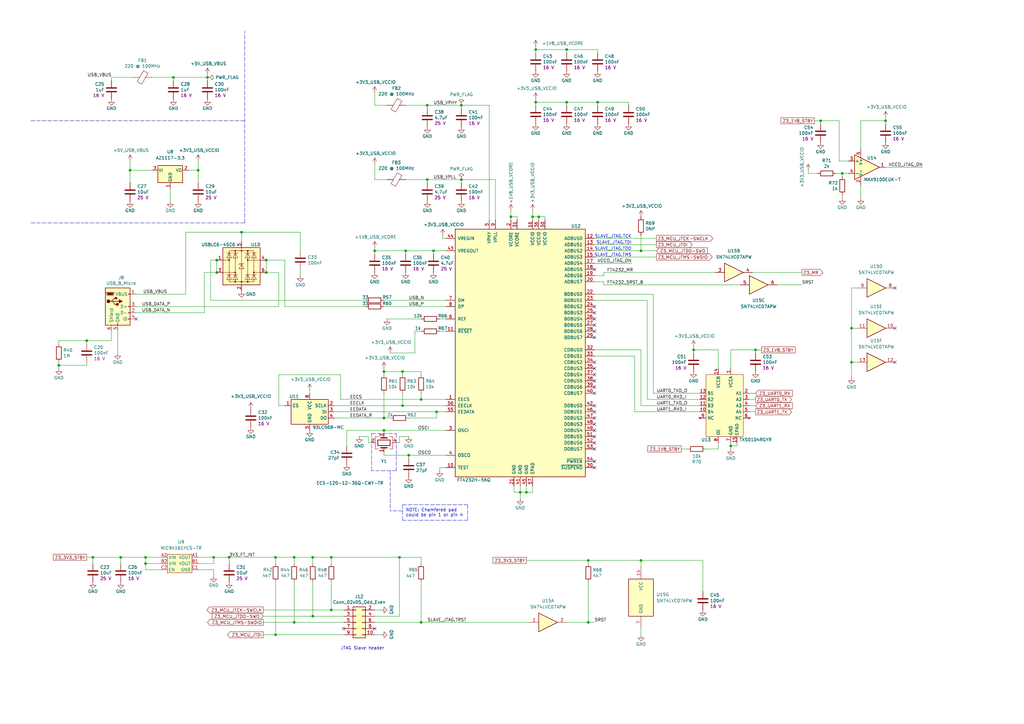
<source format=kicad_sch>
(kicad_sch (version 20211123) (generator eeschema)
  (paper "A3")
  (title_block (title "RTM_Template") (date "2022-09-07") (rev "1.0") (company "Karlsruhe Institute of Technology (KIT)") (comment 1 "Institute for Data Processing and Electronics (IPE)") (comment 2 "Carsten Schmerbeck") (comment 3 "Luis Ardila") (comment 4 "Licensed under CERN-OHL-P v2"))
  (junction (at 213.36 201.93))
  (junction (at 99.06 95.25))
  (junction (at 349.25 134.62))
  (junction (at 166.37 102.87))
  (junction (at 175.26 43.18))
  (junction (at 179.07 168.91))
  (junction (at 135.89 250.19))
  (junction (at 284.48 143.51))
  (junction (at 93.98 228.6))
  (junction (at 167.64 186.69))
  (junction (at 53.34 69.85))
  (junction (at 120.65 255.27))
  (junction (at 128.27 228.6))
  (junction (at 135.89 228.6))
  (junction (at 175.26 73.66))
  (junction (at 232.41 41.91))
  (junction (at 109.22 111.76))
  (junction (at 363.22 49.53))
  (junction (at 163.83 228.6))
  (junction (at 262.89 102.87))
  (junction (at 81.28 69.85))
  (junction (at 85.09 31.75))
  (junction (at 215.9 201.93))
  (junction (at 109.22 106.68))
  (junction (at 336.55 49.53))
  (junction (at 309.88 143.51))
  (junction (at 165.1 152.4))
  (junction (at 177.8 102.87))
  (junction (at 38.1 228.6))
  (junction (at 241.3 255.27))
  (junction (at 113.03 260.35))
  (junction (at 153.67 102.87))
  (junction (at 219.71 20.32))
  (junction (at 157.48 176.53))
  (junction (at 49.53 228.6))
  (junction (at 157.48 152.4))
  (junction (at 87.63 228.6))
  (junction (at 345.44 71.12))
  (junction (at 157.48 171.45))
  (junction (at 88.9 106.68))
  (junction (at 59.69 228.6))
  (junction (at 71.12 31.75))
  (junction (at 120.65 228.6))
  (junction (at 24.13 149.86))
  (junction (at 189.23 43.18))
  (junction (at 88.9 111.76))
  (junction (at 220.98 88.9))
  (junction (at 299.72 182.88))
  (junction (at 349.25 148.59))
  (junction (at 172.72 255.27))
  (junction (at 128.27 252.73))
  (junction (at 165.1 166.37))
  (junction (at 172.72 163.83))
  (junction (at 35.56 139.7))
  (junction (at 219.71 41.91))
  (junction (at 245.11 41.91))
  (junction (at 189.23 73.66))
  (junction (at 232.41 20.32))
  (junction (at 241.3 229.87))
  (junction (at 113.03 228.6))
  (junction (at 262.89 229.87))
  (junction (at 59.69 231.14))
  (junction (at 209.55 88.9))
  (junction (at 218.44 88.9))
  (no_connect (at 243.84 173.99))
  (no_connect (at 243.84 171.45))
  (no_connect (at 243.84 161.29))
  (no_connect (at 243.84 110.49))
  (no_connect (at 243.84 135.89))
  (no_connect (at 243.84 128.27))
  (no_connect (at 243.84 130.81))
  (no_connect (at 243.84 166.37))
  (no_connect (at 243.84 189.23))
  (no_connect (at 243.84 133.35))
  (no_connect (at 243.84 181.61))
  (no_connect (at 140.97 257.81))
  (no_connect (at 243.84 184.15))
  (no_connect (at 153.67 257.81))
  (no_connect (at 243.84 191.77))
  (no_connect (at 243.84 168.91))
  (no_connect (at 55.88 130.81))
  (no_connect (at 243.84 176.53))
  (no_connect (at 243.84 138.43))
  (no_connect (at 367.03 148.59))
  (no_connect (at 367.03 118.11))
  (no_connect (at 367.03 134.62))
  (no_connect (at 243.84 148.59))
  (no_connect (at 243.84 179.07))
  (no_connect (at 243.84 151.13))
  (no_connect (at 243.84 153.67))
  (no_connect (at 243.84 158.75))
  (no_connect (at 243.84 156.21))
  (no_connect (at 243.84 125.73))
  (wire (pts (xy 35.56 149.86) (xy 24.13 149.86)))
  (wire (pts (xy 113.03 260.35) (xy 140.97 260.35)))
  (wire (pts (xy 151.13 181.61) (xy 152.4 181.61)))
  (wire (pts (xy 166.37 102.87) (xy 166.37 104.14)))
  (wire (pts (xy 93.98 228.6) (xy 113.03 228.6)))
  (wire (pts (xy 55.88 125.73) (xy 114.3 125.73)))
  (polyline (pts (xy 160.02 193.04) (xy 160.02 209.55)))
  (wire (pts (xy 243.84 102.87) (xy 262.89 102.87)))
  (wire (pts (xy 139.7 163.83) (xy 172.72 163.83)))
  (polyline (pts (xy 165.1 209.55) (xy 160.02 209.55)))
  (wire (pts (xy 163.83 228.6) (xy 163.83 252.73)))
  (wire (pts (xy 166.37 43.18) (xy 175.26 43.18)))
  (polyline (pts (xy 165.1 207.01) (xy 191.77 207.01)))
  (wire (pts (xy 137.16 166.37) (xy 165.1 166.37)))
  (polyline (pts (xy 12.7 91.44) (xy 34.29 91.44)))
  (wire (pts (xy 172.72 228.6) (xy 172.72 231.14)))
  (wire (pts (xy 35.56 228.6) (xy 38.1 228.6)))
  (polyline (pts (xy 152.4 177.8) (xy 162.56 177.8)))
  (wire (pts (xy 153.67 43.18) (xy 158.75 43.18)))
  (wire (pts (xy 55.88 128.27) (xy 83.82 128.27)))
  (wire (pts (xy 345.44 71.12) (xy 342.9 71.12)))
  (wire (pts (xy 308.61 111.76) (xy 328.93 111.76)))
  (wire (pts (xy 71.12 31.75) (xy 85.09 31.75)))
  (wire (pts (xy 76.2 95.25) (xy 99.06 95.25)))
  (wire (pts (xy 218.44 199.39) (xy 218.44 201.93)))
  (wire (pts (xy 262.89 229.87) (xy 288.29 229.87)))
  (wire (pts (xy 349.25 134.62) (xy 349.25 118.11)))
  (wire (pts (xy 81.28 66.04) (xy 81.28 69.85)))
  (wire (pts (xy 170.18 135.89) (xy 172.72 135.89)))
  (wire (pts (xy 71.12 33.02) (xy 71.12 31.75)))
  (wire (pts (xy 219.71 43.18) (xy 219.71 41.91)))
  (wire (pts (xy 262.89 166.37) (xy 287.02 166.37)))
  (wire (pts (xy 160.02 144.78) (xy 170.18 144.78)))
  (wire (pts (xy 262.89 257.81) (xy 262.89 260.35)))
  (wire (pts (xy 59.69 233.68) (xy 59.69 231.14)))
  (wire (pts (xy 175.26 44.45) (xy 175.26 43.18)))
  (wire (pts (xy 318.77 116.84) (xy 328.93 116.84)))
  (wire (pts (xy 83.82 111.76) (xy 83.82 128.27)))
  (wire (pts (xy 81.28 228.6) (xy 87.63 228.6)))
  (wire (pts (xy 170.18 135.89) (xy 170.18 144.78)))
  (wire (pts (xy 203.2 73.66) (xy 189.23 73.66)))
  (wire (pts (xy 299.72 182.88) (xy 299.72 181.61)))
  (wire (pts (xy 55.88 120.65) (xy 76.2 120.65)))
  (wire (pts (xy 200.66 90.17) (xy 200.66 43.18)))
  (wire (pts (xy 219.71 20.32) (xy 219.71 19.05)))
  (wire (pts (xy 335.28 71.12) (xy 331.47 71.12)))
  (polyline (pts (xy 191.77 207.01) (xy 191.77 213.36)))
  (wire (pts (xy 135.89 250.19) (xy 140.97 250.19)))
  (wire (pts (xy 153.67 101.6) (xy 153.67 102.87)))
  (wire (pts (xy 232.41 41.91) (xy 219.71 41.91)))
  (wire (pts (xy 157.48 171.45) (xy 160.02 171.45)))
  (wire (pts (xy 172.72 238.76) (xy 172.72 255.27)))
  (wire (pts (xy 189.23 44.45) (xy 189.23 43.18)))
  (wire (pts (xy 139.7 163.83) (xy 139.7 153.67)))
  (wire (pts (xy 83.82 111.76) (xy 88.9 111.76)))
  (wire (pts (xy 284.48 143.51) (xy 284.48 144.78)))
  (wire (pts (xy 180.34 130.81) (xy 182.88 130.81)))
  (wire (pts (xy 135.89 228.6) (xy 128.27 228.6)))
  (wire (pts (xy 157.48 152.4) (xy 157.48 151.13)))
  (wire (pts (xy 45.72 139.7) (xy 45.72 135.89)))
  (wire (pts (xy 181.61 96.52) (xy 181.61 97.79)))
  (wire (pts (xy 153.67 255.27) (xy 172.72 255.27)))
  (wire (pts (xy 135.89 238.76) (xy 135.89 250.19)))
  (wire (pts (xy 128.27 238.76) (xy 128.27 252.73)))
  (wire (pts (xy 120.65 255.27) (xy 140.97 255.27)))
  (wire (pts (xy 245.11 20.32) (xy 232.41 20.32)))
  (wire (pts (xy 243.84 115.57) (xy 247.65 115.57)))
  (wire (pts (xy 116.84 106.68) (xy 109.22 106.68)))
  (wire (pts (xy 180.34 135.89) (xy 182.88 135.89)))
  (wire (pts (xy 349.25 134.62) (xy 351.79 134.62)))
  (wire (pts (xy 99.06 95.25) (xy 123.19 95.25)))
  (wire (pts (xy 245.11 41.91) (xy 232.41 41.91)))
  (wire (pts (xy 109.22 106.68) (xy 109.22 111.76)))
  (wire (pts (xy 99.06 95.25) (xy 99.06 99.06)))
  (wire (pts (xy 349.25 118.11) (xy 351.79 118.11)))
  (wire (pts (xy 157.48 123.19) (xy 182.88 123.19)))
  (wire (pts (xy 241.3 255.27) (xy 232.41 255.27)))
  (polyline (pts (xy 100.33 91.44) (xy 34.29 91.44)))
  (wire (pts (xy 344.17 49.53) (xy 336.55 49.53)))
  (wire (pts (xy 309.88 143.51) (xy 312.42 143.51)))
  (wire (pts (xy 299.72 143.51) (xy 299.72 151.13)))
  (wire (pts (xy 86.36 123.19) (xy 149.86 123.19)))
  (wire (pts (xy 219.71 41.91) (xy 219.71 40.64)))
  (wire (pts (xy 232.41 43.18) (xy 232.41 41.91)))
  (wire (pts (xy 172.72 153.67) (xy 172.72 152.4)))
  (wire (pts (xy 349.25 154.94) (xy 349.25 148.59)))
  (wire (pts (xy 257.81 41.91) (xy 245.11 41.91)))
  (polyline (pts (xy 152.4 193.04) (xy 152.4 177.8)))
  (polyline (pts (xy 165.1 213.36) (xy 165.1 207.01)))
  (wire (pts (xy 172.72 161.29) (xy 172.72 163.83)))
  (wire (pts (xy 267.97 161.29) (xy 267.97 120.65)))
  (wire (pts (xy 179.07 171.45) (xy 179.07 168.91)))
  (wire (pts (xy 76.2 120.65) (xy 76.2 95.25)))
  (wire (pts (xy 107.95 252.73) (xy 128.27 252.73)))
  (wire (pts (xy 179.07 168.91) (xy 182.88 168.91)))
  (wire (pts (xy 167.64 186.69) (xy 182.88 186.69)))
  (wire (pts (xy 215.9 229.87) (xy 241.3 229.87)))
  (wire (pts (xy 182.88 163.83) (xy 172.72 163.83)))
  (wire (pts (xy 245.11 21.59) (xy 245.11 20.32)))
  (wire (pts (xy 35.56 148.59) (xy 35.56 149.86)))
  (wire (pts (xy 167.64 179.07) (xy 163.83 179.07)))
  (wire (pts (xy 153.67 38.1) (xy 153.67 43.18)))
  (wire (pts (xy 243.84 123.19) (xy 265.43 123.19)))
  (wire (pts (xy 241.3 229.87) (xy 262.89 229.87)))
  (wire (pts (xy 180.34 193.04) (xy 180.34 191.77)))
  (wire (pts (xy 219.71 21.59) (xy 219.71 20.32)))
  (wire (pts (xy 53.34 69.85) (xy 62.23 69.85)))
  (wire (pts (xy 353.06 49.53) (xy 353.06 60.96)))
  (wire (pts (xy 85.09 33.02) (xy 85.09 31.75)))
  (wire (pts (xy 210.82 201.93) (xy 213.36 201.93)))
  (wire (pts (xy 157.48 176.53) (xy 157.48 177.8)))
  (wire (pts (xy 62.23 31.75) (xy 71.12 31.75)))
  (wire (pts (xy 128.27 228.6) (xy 128.27 231.14)))
  (wire (pts (xy 294.64 143.51) (xy 294.64 151.13)))
  (wire (pts (xy 299.72 184.15) (xy 299.72 182.88)))
  (wire (pts (xy 24.13 149.86) (xy 24.13 151.13)))
  (wire (pts (xy 177.8 104.14) (xy 177.8 102.87)))
  (wire (pts (xy 220.98 88.9) (xy 218.44 88.9)))
  (wire (pts (xy 218.44 88.9) (xy 218.44 90.17)))
  (wire (pts (xy 35.56 139.7) (xy 35.56 140.97)))
  (wire (pts (xy 294.64 184.15) (xy 294.64 181.61)))
  (wire (pts (xy 247.65 113.03) (xy 243.84 113.03)))
  (wire (pts (xy 213.36 201.93) (xy 213.36 204.47)))
  (wire (pts (xy 153.67 67.31) (xy 153.67 73.66)))
  (wire (pts (xy 163.83 228.6) (xy 172.72 228.6)))
  (wire (pts (xy 53.34 66.04) (xy 53.34 69.85)))
  (wire (pts (xy 215.9 201.93) (xy 213.36 201.93)))
  (wire (pts (xy 116.84 125.73) (xy 116.84 106.68)))
  (wire (pts (xy 245.11 43.18) (xy 245.11 41.91)))
  (wire (pts (xy 66.04 231.14) (xy 59.69 231.14)))
  (wire (pts (xy 114.3 166.37) (xy 116.84 166.37)))
  (wire (pts (xy 262.89 102.87) (xy 269.24 102.87)))
  (wire (pts (xy 165.1 166.37) (xy 182.88 166.37)))
  (wire (pts (xy 165.1 161.29) (xy 165.1 166.37)))
  (wire (pts (xy 175.26 74.93) (xy 175.26 73.66)))
  (wire (pts (xy 81.28 231.14) (xy 87.63 231.14)))
  (wire (pts (xy 257.81 43.18) (xy 257.81 41.91)))
  (wire (pts (xy 87.63 231.14) (xy 87.63 228.6)))
  (wire (pts (xy 139.7 153.67) (xy 114.3 153.67)))
  (wire (pts (xy 35.56 139.7) (xy 24.13 139.7)))
  (wire (pts (xy 142.24 176.53) (xy 157.48 176.53)))
  (wire (pts (xy 309.88 166.37) (xy 307.34 166.37)))
  (wire (pts (xy 309.88 161.29) (xy 307.34 161.29)))
  (wire (pts (xy 347.98 71.12) (xy 345.44 71.12)))
  (wire (pts (xy 120.65 255.27) (xy 107.95 255.27)))
  (wire (pts (xy 87.63 233.68) (xy 81.28 233.68)))
  (wire (pts (xy 153.67 73.66) (xy 158.75 73.66)))
  (wire (pts (xy 59.69 228.6) (xy 66.04 228.6)))
  (polyline (pts (xy 191.77 213.36) (xy 165.1 213.36)))
  (wire (pts (xy 66.04 233.68) (xy 59.69 233.68)))
  (wire (pts (xy 123.19 95.25) (xy 123.19 102.87)))
  (wire (pts (xy 243.84 97.79) (xy 269.24 97.79)))
  (wire (pts (xy 182.88 176.53) (xy 157.48 176.53)))
  (wire (pts (xy 293.37 111.76) (xy 247.65 111.76)))
  (wire (pts (xy 302.26 181.61) (xy 302.26 182.88)))
  (wire (pts (xy 123.19 110.49) (xy 123.19 113.03)))
  (wire (pts (xy 88.9 106.68) (xy 86.36 106.68)))
  (wire (pts (xy 182.88 125.73) (xy 157.48 125.73)))
  (wire (pts (xy 232.41 21.59) (xy 232.41 20.32)))
  (wire (pts (xy 153.67 252.73) (xy 163.83 252.73)))
  (wire (pts (xy 218.44 86.36) (xy 218.44 88.9)))
  (wire (pts (xy 262.89 96.52) (xy 262.89 102.87)))
  (wire (pts (xy 200.66 43.18) (xy 189.23 43.18)))
  (wire (pts (xy 331.47 71.12) (xy 331.47 69.85)))
  (wire (pts (xy 45.72 33.02) (xy 45.72 31.75)))
  (wire (pts (xy 113.03 238.76) (xy 113.03 260.35)))
  (wire (pts (xy 120.65 228.6) (xy 120.65 231.14)))
  (wire (pts (xy 114.3 125.73) (xy 114.3 111.76)))
  (wire (pts (xy 243.84 107.95) (xy 259.08 107.95)))
  (wire (pts (xy 172.72 152.4) (xy 165.1 152.4)))
  (wire (pts (xy 157.48 185.42) (xy 157.48 186.69)))
  (wire (pts (xy 158.75 130.81) (xy 172.72 130.81)))
  (wire (pts (xy 137.16 171.45) (xy 157.48 171.45)))
  (wire (pts (xy 120.65 238.76) (xy 120.65 255.27)))
  (wire (pts (xy 363.22 49.53) (xy 363.22 50.8)))
  (wire (pts (xy 172.72 255.27) (xy 217.17 255.27)))
  (wire (pts (xy 24.13 139.7) (xy 24.13 140.97)))
  (wire (pts (xy 307.34 168.91) (xy 309.88 168.91)))
  (polyline (pts (xy 162.56 193.04) (xy 152.4 193.04)))
  (wire (pts (xy 209.55 88.9) (xy 209.55 90.17)))
  (wire (pts (xy 157.48 186.69) (xy 167.64 186.69)))
  (wire (pts (xy 38.1 228.6) (xy 49.53 228.6)))
  (wire (pts (xy 287.02 168.91) (xy 260.35 168.91)))
  (wire (pts (xy 24.13 148.59) (xy 24.13 149.86)))
  (wire (pts (xy 363.22 49.53) (xy 353.06 49.53)))
  (wire (pts (xy 48.26 135.89) (xy 48.26 144.78)))
  (wire (pts (xy 182.88 102.87) (xy 177.8 102.87)))
  (wire (pts (xy 162.56 181.61) (xy 163.83 181.61)))
  (wire (pts (xy 378.46 68.58) (xy 363.22 68.58)))
  (wire (pts (xy 344.17 66.04) (xy 347.98 66.04)))
  (wire (pts (xy 114.3 153.67) (xy 114.3 166.37)))
  (wire (pts (xy 309.88 143.51) (xy 309.88 144.78)))
  (wire (pts (xy 177.8 102.87) (xy 166.37 102.87)))
  (wire (pts (xy 120.65 228.6) (xy 113.03 228.6)))
  (wire (pts (xy 232.41 20.32) (xy 219.71 20.32)))
  (wire (pts (xy 59.69 231.14) (xy 59.69 228.6)))
  (wire (pts (xy 116.84 125.73) (xy 149.86 125.73)))
  (wire (pts (xy 49.53 228.6) (xy 59.69 228.6)))
  (wire (pts (xy 267.97 120.65) (xy 243.84 120.65)))
  (wire (pts (xy 166.37 73.66) (xy 175.26 73.66)))
  (wire (pts (xy 113.03 260.35) (xy 107.95 260.35)))
  (wire (pts (xy 289.56 184.15) (xy 294.64 184.15)))
  (wire (pts (xy 243.84 100.33) (xy 269.24 100.33)))
  (wire (pts (xy 157.48 153.67) (xy 157.48 152.4)))
  (wire (pts (xy 267.97 161.29) (xy 287.02 161.29)))
  (wire (pts (xy 87.63 236.22) (xy 87.63 233.68)))
  (wire (pts (xy 336.55 50.8) (xy 336.55 49.53)))
  (wire (pts (xy 157.48 171.45) (xy 157.48 161.29)))
  (wire (pts (xy 262.89 229.87) (xy 262.89 232.41)))
  (wire (pts (xy 137.16 168.91) (xy 179.07 168.91)))
  (wire (pts (xy 135.89 228.6) (xy 135.89 231.14)))
  (wire (pts (xy 77.47 69.85) (xy 81.28 69.85)))
  (wire (pts (xy 109.22 111.76) (xy 114.3 111.76)))
  (wire (pts (xy 210.82 199.39) (xy 210.82 201.93)))
  (wire (pts (xy 85.09 31.75) (xy 85.09 30.48)))
  (wire (pts (xy 349.25 148.59) (xy 349.25 134.62)))
  (wire (pts (xy 135.89 228.6) (xy 163.83 228.6)))
  (wire (pts (xy 241.3 229.87) (xy 241.3 231.14)))
  (wire (pts (xy 220.98 90.17) (xy 220.98 88.9)))
  (wire (pts (xy 213.36 199.39) (xy 213.36 201.93)))
  (wire (pts (xy 45.72 139.7) (xy 35.56 139.7)))
  (wire (pts (xy 302.26 182.88) (xy 299.72 182.88)))
  (wire (pts (xy 113.03 228.6) (xy 113.03 231.14)))
  (wire (pts (xy 309.88 143.51) (xy 299.72 143.51)))
  (wire (pts (xy 93.98 231.14) (xy 93.98 228.6)))
  (wire (pts (xy 107.95 250.19) (xy 135.89 250.19)))
  (wire (pts (xy 279.4 184.15) (xy 281.94 184.15)))
  (wire (pts (xy 153.67 102.87) (xy 166.37 102.87)))
  (wire (pts (xy 69.85 77.47) (xy 69.85 82.55)))
  (wire (pts (xy 349.25 148.59) (xy 351.79 148.59)))
  (wire (pts (xy 153.67 250.19) (xy 156.21 250.19)))
  (wire (pts (xy 175.26 73.66) (xy 189.23 73.66)))
  (wire (pts (xy 45.72 31.75) (xy 54.61 31.75)))
  (wire (pts (xy 86.36 106.68) (xy 86.36 123.19)))
  (wire (pts (xy 49.53 228.6) (xy 49.53 231.14)))
  (wire (pts (xy 175.26 43.18) (xy 189.23 43.18)))
  (wire (pts (xy 344.17 49.53) (xy 344.17 66.04)))
  (wire (pts (xy 189.23 74.93) (xy 189.23 73.66)))
  (wire (pts (xy 38.1 228.6) (xy 38.1 231.14)))
  (wire (pts (xy 128.27 252.73) (xy 140.97 252.73)))
  (wire (pts (xy 212.09 90.17) (xy 212.09 88.9)))
  (wire (pts (xy 153.67 102.87) (xy 153.67 104.14)))
  (wire (pts (xy 53.34 74.93) (xy 53.34 69.85)))
  (wire (pts (xy 223.52 88.9) (xy 220.98 88.9)))
  (wire (pts (xy 181.61 97.79) (xy 182.88 97.79)))
  (wire (pts (xy 167.64 187.96) (xy 167.64 186.69)))
  (wire (pts (xy 265.43 163.83) (xy 287.02 163.83)))
  (wire (pts (xy 215.9 199.39) (xy 215.9 201.93)))
  (wire (pts (xy 284.48 142.24) (xy 284.48 143.51)))
  (wire (pts (xy 147.32 179.07) (xy 151.13 179.07)))
  (wire (pts (xy 212.09 88.9) (xy 209.55 88.9)))
  (wire (pts (xy 88.9 106.68) (xy 88.9 111.76)))
  (wire (pts (xy 142.24 182.88) (xy 142.24 176.53)))
  (wire (pts (xy 218.44 201.93) (xy 215.9 201.93)))
  (wire (pts (xy 241.3 238.76) (xy 241.3 255.27)))
  (wire (pts (xy 87.63 228.6) (xy 93.98 228.6)))
  (wire (pts (xy 334.01 49.53) (xy 336.55 49.53)))
  (wire (pts (xy 345.44 81.28) (xy 345.44 80.01)))
  (wire (pts (xy 288.29 229.87) (xy 288.29 242.57)))
  (wire (pts (xy 243.84 255.27) (xy 241.3 255.27)))
  (wire (pts (xy 165.1 153.67) (xy 165.1 152.4)))
  (wire (pts (xy 243.84 143.51) (xy 262.89 143.51)))
  (wire (pts (xy 247.65 116.84) (xy 303.53 116.84)))
  (wire (pts (xy 284.48 143.51) (xy 294.64 143.51)))
  (wire (pts (xy 163.83 181.61) (xy 163.83 179.07)))
  (wire (pts (xy 151.13 179.07) (xy 151.13 181.61)))
  (wire (pts (xy 81.28 69.85) (xy 81.28 74.93)))
  (wire (pts (xy 307.34 163.83) (xy 309.88 163.83)))
  (wire (pts (xy 203.2 90.17) (xy 203.2 73.66)))
  (wire (pts (xy 165.1 152.4) (xy 157.48 152.4)))
  (wire (pts (xy 262.89 143.51) (xy 262.89 166.37)))
  (wire (pts (xy 247.65 115.57) (xy 247.65 116.84)))
  (wire (pts (xy 260.35 168.91) (xy 260.35 146.05)))
  (wire (pts (xy 153.67 260.35) (xy 156.21 260.35)))
  (polyline (pts (xy 12.7 49.53) (xy 34.29 49.53)))
  (wire (pts (xy 223.52 88.9) (xy 223.52 90.17)))
  (wire (pts (xy 353.06 81.28) (xy 353.06 76.2)))
  (polyline (pts (xy 162.56 177.8) (xy 162.56 193.04)))
  (polyline (pts (xy 100.33 91.44) (xy 100.33 12.7)))
  (wire (pts (xy 128.27 228.6) (xy 120.65 228.6)))
  (wire (pts (xy 363.22 48.26) (xy 363.22 49.53)))
  (polyline (pts (xy 100.33 49.53) (xy 34.29 49.53)))
  (wire (pts (xy 345.44 72.39) (xy 345.44 71.12)))
  (wire (pts (xy 247.65 111.76) (xy 247.65 113.03)))
  (wire (pts (xy 243.84 105.41) (xy 269.24 105.41)))
  (wire (pts (xy 127 160.02) (xy 127 161.29)))
  (wire (pts (xy 167.64 171.45) (xy 179.07 171.45)))
  (wire (pts (xy 209.55 86.36) (xy 209.55 88.9)))
  (wire (pts (xy 180.34 191.77) (xy 182.88 191.77)))
  (wire (pts (xy 265.43 123.19) (xy 265.43 163.83)))
  (wire (pts (xy 260.35 146.05) (xy 243.84 146.05)))
  (text "SLAVE_JTAG.TDO" (at 259.08 102.87 180) (effects (font (size 1.27 1.27)) (justify right bottom)))
  (text "SLAVE_JTAG.TDI" (at 259.08 100.33 180) (effects (font (size 1.27 1.27)) (justify right bottom)))
  (text "SLAVE_JTAG.TMS" (at 259.08 105.41 180) (effects (font (size 1.27 1.27)) (justify right bottom)))
  (text "JTAG Slave header" (at 139.7 266.7 0) (effects (font (size 1.27 1.27)) (justify left bottom)))
  (text "SLAVE_JTAG.TCK" (at 259.08 97.79 180) (effects (font (size 1.27 1.27)) (justify right bottom)))
  (text "NOTE: Chamfered pad \ncould be pin 1 or pin 4" (at 166.37 212.09 0) (effects (font (size 1.27 1.27)) (justify left bottom)))
  (label "EEDATA_R" (at 143.51 171.45 0))
  (label "SRST" (at 328.93 116.84 0))
  (label "EEDATA" (at 143.51 168.91 0))
  (label "USB_VPHY" (at 177.8 43.18 0))
  (label "SLAVE_JTAG.TRST" (at 175.26 255.27 0))
  (label "USB_DATA_N" (at 69.85 128.27 180))
  (label "FT4232_SRST_B" (at 248.92 116.84 0))
  (label "UART1_RXD_I" (at 269.24 168.91 0))
  (label "UART1_TXD_O" (at 269.24 166.37 0))
  (label "EECS" (at 143.51 163.83 0))
  (label "SRST" (at 243.84 255.27 0))
  (label "UART0_TXD_O" (at 269.24 161.29 0))
  (label "UART0_RXD_I" (at 269.24 163.83 0))
  (label "USB_VBUS" (at 45.72 31.75 180))
  (label "USB_VPLL" (at 177.8 73.66 0))
  (label "USB_DATA_P" (at 69.85 125.73 180))
  (label "USB_N" (at 167.64 123.19 0))
  (label "3V3_FT_INT" (at 93.98 228.6 0))
  (label "VCCO_JTAG_ON" (at 378.46 68.58 180))
  (label "EECLK" (at 143.51 166.37 0))
  (label "USB_P" (at 167.64 125.73 0))
  (label "OSCI" (at 171.45 176.53 0))
  (label "USB_VBUS" (at 68.58 120.65 180))
  (label "VCCO_JTAG_ON" (at 259.08 107.95 180))
  (label "OSCO" (at 171.45 186.69 0))
  (label "FT4232_MR" (at 248.92 111.76 0))
  (global_label "Z3_UART0_RX" (shape input) (at 309.88 161.29 0) (property "Intersheet References" "${INTERSHEET_REFS}" (effects hide)))
  (global_label "Z3_MCU_JTCK-SWCLK" (shape output) (at 107.95 250.19 180) (property "Intersheet References" "${INTERSHEET_REFS}" (effects hide)))
  (global_label "Z3_3V3_STBY" (shape passive) (at 35.56 228.6 180) (property "Intersheet References" "${INTERSHEET_REFS}" (effects hide)))
  (global_label "Z3_1V8_STBY" (shape passive) (at 312.42 143.51 0) (property "Intersheet References" "${INTERSHEET_REFS}" (effects hide)))
  (global_label "Z3_MCU_JTDI" (shape output) (at 269.24 100.33 0) (property "Intersheet References" "${INTERSHEET_REFS}" (effects hide)))
  (global_label "Z3_MCU_JTMS-SWDIO" (shape output) (at 269.24 105.41 0) (property "Intersheet References" "${INTERSHEET_REFS}" (effects hide)))
  (global_label "Z3_UART1_TX" (shape output) (at 309.88 168.91 0) (property "Intersheet References" "${INTERSHEET_REFS}" (effects hide)))
  (global_label "Z3_UART0_TX" (shape output) (at 309.88 163.83 0) (property "Intersheet References" "${INTERSHEET_REFS}" (effects hide)))
  (global_label "Z3_1V8_STBY" (shape passive) (at 279.4 184.15 180) (property "Intersheet References" "${INTERSHEET_REFS}" (effects hide)))
  (global_label "Z3_MR" (shape output) (at 328.93 111.76 0) (property "Intersheet References" "${INTERSHEET_REFS}" (effects hide)))
  (global_label "Z3_MCU_JTDO-SWO" (shape input) (at 269.24 102.87 0) (property "Intersheet References" "${INTERSHEET_REFS}" (effects hide)))
  (global_label "Z3_3V3_STBY" (shape passive) (at 215.9 229.87 180) (property "Intersheet References" "${INTERSHEET_REFS}" (effects hide)))
  (global_label "Z3_MCU_JTDI" (shape output) (at 107.95 260.35 180) (property "Intersheet References" "${INTERSHEET_REFS}" (effects hide)))
  (global_label "Z3_MCU_JTCK-SWCLK" (shape output) (at 269.24 97.79 0) (property "Intersheet References" "${INTERSHEET_REFS}" (effects hide)))
  (global_label "Z3_UART1_RX" (shape input) (at 309.88 166.37 0) (property "Intersheet References" "${INTERSHEET_REFS}" (effects hide)))
  (global_label "Z3_MCU_JTMS-SWDIO" (shape output) (at 107.95 255.27 180) (property "Intersheet References" "${INTERSHEET_REFS}" (effects hide)))
  (global_label "Z3_1V8_STBY" (shape passive) (at 334.01 49.53 180) (property "Intersheet References" "${INTERSHEET_REFS}" (effects hide)))
  (global_label "Z3_MCU_JTDO-SWO" (shape input) (at 107.95 252.73 180) (property "Intersheet References" "${INTERSHEET_REFS}" (effects hide)))
  (symbol (lib_id "power:GND") (at 232.41 29.21 0) (unit 1)
    (property "Reference" "#PWR0140" (effects hide))
    (property "Value" "GND" (at 232.41 33.02 0))
  )
  (symbol (lib_id "power:GND") (at 53.34 82.55 0) (unit 1)
    (property "Reference" "#PWR0172" (effects hide))
    (property "Value" "GND" (at 53.34 86.36 0))
  )
  (symbol (lib_id "power:GND") (at 45.72 40.64 0) (unit 1)
    (property "Reference" "#PWR0174" (effects hide))
    (property "Value" "GND" (at 45.72 44.45 0))
  )
  (symbol (lib_id "Device:C") (at 284.48 148.59 0) (unit 1)
    (property "Reference" "C51" (at 281.5844 146.2786 0) (effects (justify right)))
    (property "Value" "100nF" (at 281.5844 148.59 0) (effects (justify right)))
    (property "Footprint" "Capacitor_SMD:C_0402_1005Metric" (effects hide))
    (property "voltage" "16 V" (at 281.5844 150.9014 0) (effects (justify right)))
    (property "stock" "AVT-IPE" (effects hide))
  )
  (symbol (lib_id "Device:C") (at 245.11 46.99 0) (unit 1)
    (property "Reference" "C49" (at 248.031 44.6786 0) (effects (justify left)))
    (property "Value" "100nF" (at 248.031 46.99 0) (effects (justify left)))
    (property "Footprint" "Capacitor_SMD:C_0402_1005Metric" (effects hide))
    (property "voltage" "16 V" (at 248.031 49.3014 0) (effects (justify left)))
    (property "stock" "AVT-IPE" (effects hide))
  )
  (symbol (lib_id "power:GND") (at 71.12 40.64 0) (unit 1)
    (property "Reference" "#PWR0175" (effects hide))
    (property "Value" "GND" (at 71.12 44.45 0))
  )
  (symbol (lib_id "Device:C") (at 45.72 36.83 0) (unit 1)
    (property "Reference" "C25" (at 42.8244 34.5186 0) (effects (justify right)))
    (property "Value" "1uF" (at 42.8244 36.83 0) (effects (justify right)))
    (property "Footprint" "Capacitor_SMD:C_0402_1005Metric" (effects hide))
    (property "voltage" "16 V" (at 42.8244 39.1414 0) (effects (justify right)))
    (property "stock" "AVT-IPE" (effects hide))
  )
  (symbol (lib_id "KIT_Power:+3V3_USB_VCCIO") (at 219.71 40.64 0) (unit 1)
    (property "Reference" "#PWR0144" (effects hide))
    (property "Value" "+3V3_USB_VCCIO" (at 220.091 36.2458 0))
  )
  (symbol (lib_id "power:GND") (at 349.25 154.94 0) (unit 1)
    (property "Reference" "#PWR070" (effects hide))
    (property "Value" "GND" (at 349.25 158.75 0))
  )
  (symbol (lib_id "power:GND") (at 232.41 50.8 0) (unit 1)
    (property "Reference" "#PWR0139" (effects hide))
    (property "Value" "GND" (at 232.41 54.61 0))
  )
  (symbol (lib_id "Device:R") (at 135.89 234.95 0) (mirror y) (unit 1)
    (property "Reference" "R48" (at 134.112 233.7816 0) (effects (justify left)))
    (property "Value" "4k7" (at 134.112 236.093 0) (effects (justify left)))
    (property "Footprint" "Resistor_SMD:R_0402_1005Metric" (effects hide))
    (property "tolerance" "1%" (effects hide))
    (property "stock" "AVT-IPE" (effects hide))
    (property "digikey#" "A129635CT-ND" (effects hide))
    (property "manf" "TE" (effects hide))
    (property "manf#" "CRGCQ0402F4K7" (effects hide))
  )
  (symbol (lib_id "KIT_Power:+3V3_USB_VCCIO") (at 153.67 67.31 0) (unit 1)
    (property "Reference" "#PWR0156" (effects hide))
    (property "Value" "+3V3_USB_VCCIO" (at 154.051 62.9158 0))
  )
  (symbol (lib_id "power:GND") (at 177.8 111.76 0) (unit 1)
    (property "Reference" "#PWR0197" (effects hide))
    (property "Value" "GND" (at 177.8 115.57 0))
  )
  (symbol (lib_id "Device:C") (at 167.64 191.77 0) (unit 1)
    (property "Reference" "C37" (at 170.561 190.6016 0) (effects (justify left)))
    (property "Value" "27pF" (at 170.561 192.913 0) (effects (justify left)))
    (property "Footprint" "Capacitor_SMD:C_0402_1005Metric" (effects hide))
    (property "voltage" "50 V" (effects hide))
    (property "rs#" "915-5544" (effects hide))
    (property "digikey#" "587-3745-1-ND" (effects hide))
    (property "manf" "Taiyo Yuden" (effects hide))
    (property "manf#" "UMK105CG270JVHF" (effects hide))
  )
  (symbol (lib_id "Device:R") (at 172.72 234.95 0) (mirror y) (unit 1)
    (property "Reference" "R65" (at 171.45 233.68 0) (effects (justify left)))
    (property "Value" "4k7" (at 170.18 236.22 0) (effects (justify left)))
    (property "Footprint" "Resistor_SMD:R_0402_1005Metric" (effects hide))
    (property "tolerance" "1%" (effects hide))
    (property "stock" "AVT-IPE" (effects hide))
    (property "digikey#" "A129635CT-ND" (effects hide))
    (property "manf" "TE" (effects hide))
    (property "manf#" "CRGCQ0402F4K7" (effects hide))
  )
  (symbol (lib_id "power:GND") (at 153.67 111.76 0) (unit 1)
    (property "Reference" "#PWR0196" (effects hide))
    (property "Value" "GND" (at 153.67 115.57 0))
  )
  (symbol (lib_id "Device:FerriteBead") (at 162.56 43.18 270) (unit 1)
    (property "Reference" "FB2" (at 162.56 36.2204 90))
    (property "Value" "220 @ 100MHz" (at 162.56 38.5318 90))
    (property "Footprint" "Inductor_SMD:L_0603_1608Metric" (effects hide))
    (property "Datasheet" "https://product.tdk.com/info/en/catalog/datasheets/beads_automotive_power_mpz1608_en.pdf" (effects hide))
    (property "manf" "Murata" (effects hide))
    (property "manf#" "BLM18SG221TN1D" (effects hide))
    (property "info" "220 Ohms @ 100MHz 1 Power Line Ferrite Bead 0603 (1608 Metric) 2.2A 50mOhm" (effects hide))
    (property "digikey#" "490-5225-1-ND" (effects hide))
  )
  (symbol (lib_id "power:GND") (at 147.32 179.07 0) (mirror y) (unit 1)
    (property "Reference" "#PWR0202" (effects hide))
    (property "Value" "GND" (at 147.32 182.88 0))
  )
  (symbol (lib_id "Device:R") (at 153.67 123.19 270) (unit 1)
    (property "Reference" "R57" (at 158.75 121.92 90))
    (property "Value" "33" (at 149.86 121.92 90))
    (property "Footprint" "Resistor_SMD:R_0402_1005Metric" (effects hide))
    (property "stock" "AVT-IPE" (effects hide))
    (property "digikey#" "A129609CT-ND" (effects hide))
    (property "manf" "TE" (effects hide))
    (property "manf#" "CRGCQ0402F33R" (effects hide))
  )
  (symbol (lib_id "Device:C") (at 123.19 106.68 0) (unit 1)
    (property "Reference" "C33" (at 126.111 105.5116 0) (effects (justify left)))
    (property "Value" "100nF" (at 126.111 107.823 0) (effects (justify left)))
    (property "Footprint" "Capacitor_SMD:C_0402_1005Metric" (effects hide))
    (property "stock" "AVT-IPE" (effects hide))
  )
  (symbol (lib_id "Device:C") (at 175.26 48.26 0) (mirror y) (unit 1)
    (property "Reference" "C38" (at 178.181 45.9486 0) (effects (justify right)))
    (property "Value" "4.7uF" (at 178.181 48.26 0) (effects (justify right)))
    (property "Footprint" "Capacitor_SMD:C_0603_1608Metric" (effects hide))
    (property "voltage" "25 V" (at 178.181 50.5714 0) (effects (justify right)))
    (property "stock" "AVT-IPE" (effects hide))
  )
  (symbol (lib_id "power:PWR_FLAG") (at 189.23 73.66 0) (unit 1)
    (property "Reference" "#FLG0102" (effects hide))
    (property "Value" "PWR_FLAG" (at 189.23 69.2658 0))
  )
  (symbol (lib_id "power:GND") (at 336.55 58.42 0) (unit 1)
    (property "Reference" "#PWR0134" (effects hide))
    (property "Value" "GND" (at 336.55 62.23 0))
  )
  (symbol (lib_id "power:GND") (at 213.36 204.47 0) (unit 1)
    (property "Reference" "#PWR0167" (effects hide))
    (property "Value" "GND" (at 213.36 208.28 0))
  )
  (symbol (lib_id "power:GND") (at 69.85 82.55 0) (unit 1)
    (property "Reference" "#PWR0178" (effects hide))
    (property "Value" "GND" (at 69.85 86.36 0))
  )
  (symbol (lib_id "power:GND") (at 85.09 40.64 0) (unit 1)
    (property "Reference" "#PWR0176" (effects hide))
    (property "Value" "GND" (at 85.09 44.45 0))
  )
  (symbol (lib_id "Device:C") (at 336.55 54.61 0) (mirror y) (unit 1)
    (property "Reference" "C54" (at 333.6544 52.2986 0) (effects (justify left)))
    (property "Value" "100nF" (at 333.6544 54.61 0) (effects (justify left)))
    (property "Footprint" "Capacitor_SMD:C_0402_1005Metric" (effects hide))
    (property "voltage" "16 V" (at 333.6544 56.9214 0) (effects (justify left)))
    (property "stock" "AVT-IPE" (effects hide))
  )
  (symbol (lib_id "KIT_Power:+3V3_USB_VCCIO") (at 284.48 142.24 0) (unit 1)
    (property "Reference" "#PWR0162" (effects hide))
    (property "Value" "+3V3_USB_VCCIO" (at 284.861 137.8458 0))
  )
  (symbol (lib_id "Device:C") (at 102.87 171.45 0) (unit 1)
    (property "Reference" "C32" (at 105.791 169.1386 0) (effects (justify left)))
    (property "Value" "100nF" (at 105.791 171.45 0) (effects (justify left)))
    (property "Footprint" "Capacitor_SMD:C_0402_1005Metric" (effects hide))
    (property "voltage" "16 V" (at 105.791 173.7614 0) (effects (justify left)))
    (property "stock" "AVT-IPE" (effects hide))
  )
  (symbol (lib_id "Device:C") (at 309.88 148.59 0) (unit 1)
    (property "Reference" "C53" (at 312.801 146.2786 0) (effects (justify left)))
    (property "Value" "100nF" (at 312.801 148.59 0) (effects (justify left)))
    (property "Footprint" "Capacitor_SMD:C_0402_1005Metric" (effects hide))
    (property "voltage" "16 V" (at 312.801 150.9014 0) (effects (justify left)))
    (property "stock" "AVT-IPE" (effects hide))
  )
  (symbol (lib_id "Device:C") (at 153.67 107.95 0) (unit 1)
    (property "Reference" "C35" (at 156.591 105.6386 0) (effects (justify left)))
    (property "Value" "100nF" (at 156.591 107.95 0) (effects (justify left)))
    (property "Footprint" "Capacitor_SMD:C_0402_1005Metric" (effects hide))
    (property "voltage" "16 V" (at 156.591 110.2614 0) (effects (justify left)))
    (property "stock" "AVT-IPE" (effects hide))
  )
  (symbol (lib_id "power:GND") (at 87.63 236.22 0) (unit 1)
    (property "Reference" "#PWR0183" (effects hide))
    (property "Value" "GND" (at 87.63 240.03 0))
  )
  (symbol (lib_id "KIT_Logic:SN74LVC07APW") (at 359.41 118.11 0) (unit 4)
    (property "Reference" "U15" (at 359.41 109.22 0))
    (property "Value" "SN74LVC07APW" (at 359.41 111.76 0))
    (property "Footprint" "Package_SO:TSSOP-14_4.4x5mm_P0.65mm" (effects hide))
    (property "Datasheet" "https://www.ti.com/lit/ds/scas595w/scas595w.pdf" (effects hide))
    (property "manf#" "SN74LVC07APW" (effects hide))
    (property "digikey#" "296-26575-5-ND" (effects hide))
    (property "manf" "Texas Instruments" (effects hide))
  )
  (symbol (lib_id "Device:C") (at 49.53 234.95 0) (unit 1)
    (property "Reference" "C26" (at 52.451 232.6386 0) (effects (justify left)))
    (property "Value" "100nF" (at 52.451 234.95 0) (effects (justify left)))
    (property "Footprint" "Capacitor_SMD:C_0402_1005Metric" (effects hide))
    (property "voltage" "16 V" (at 52.451 237.2614 0) (effects (justify left)))
    (property "stock" "AVT-IPE" (effects hide))
  )
  (symbol (lib_id "power:GND") (at 189.23 52.07 0) (unit 1)
    (property "Reference" "#PWR0155" (effects hide))
    (property "Value" "GND" (at 189.23 55.88 0))
  )
  (symbol (lib_id "KIT_Power:+1V8_USB_VCORE") (at 219.71 19.05 0) (unit 1)
    (property "Reference" "#PWR0142" (effects hide))
    (property "Value" "+1V8_USB_VCORE" (at 222.25 17.7799 0) (effects (justify left)))
  )
  (symbol (lib_id "Device:C") (at 81.28 78.74 0) (unit 1)
    (property "Reference" "C29" (at 84.201 76.4286 0) (effects (justify left)))
    (property "Value" "10uF" (at 84.201 78.74 0) (effects (justify left)))
    (property "Footprint" "Capacitor_SMD:C_1210_3225Metric" (effects hide))
    (property "voltage" "25 V" (at 84.201 81.0514 0) (effects (justify left)))
    (property "stock" "AVT-IPE" (effects hide))
    (property "digikey#" "445-3942-1-ND" (effects hide))
    (property "manf" "TDK Corporation" (effects hide))
    (property "manf#" "C3225X7R1E106K250AC" (effects hide))
  )
  (symbol (lib_id "power:GND") (at 99.06 119.38 0) (unit 1)
    (property "Reference" "#PWR0185" (effects hide))
    (property "Value" "GND" (at 102.87 120.65 0))
  )
  (symbol (lib_id "power:GND") (at 167.64 195.58 0) (unit 1)
    (property "Reference" "#PWR0199" (effects hide))
    (property "Value" "GND" (at 167.64 199.39 0))
  )
  (symbol (lib_id "power:GND") (at 158.75 130.81 0) (unit 1)
    (property "Reference" "#PWR0194" (effects hide))
    (property "Value" "GND" (at 158.75 134.62 0))
  )
  (symbol (lib_id "power:GND") (at 166.37 111.76 0) (unit 1)
    (property "Reference" "#PWR0198" (effects hide))
    (property "Value" "GND" (at 166.37 115.57 0))
  )
  (symbol (lib_id "Device:R") (at 24.13 144.78 180) (unit 1)
    (property "Reference" "R40" (at 25.908 143.6116 0) (effects (justify right)))
    (property "Value" "1M" (at 25.908 145.923 0) (effects (justify right)))
    (property "Footprint" "Resistor_SMD:R_0603_1608Metric" (effects hide))
    (property "stock" "AVT-IPE" (effects hide))
  )
  (symbol (lib_id "Device:FerriteBead") (at 162.56 73.66 270) (unit 1)
    (property "Reference" "FB3" (at 162.56 66.7004 90))
    (property "Value" "220 @ 100MHz" (at 162.56 69.0118 90))
    (property "Footprint" "Inductor_SMD:L_0603_1608Metric" (effects hide))
    (property "Datasheet" "https://product.tdk.com/info/en/catalog/datasheets/beads_automotive_power_mpz1608_en.pdf" (effects hide))
    (property "manf" "Murata" (effects hide))
    (property "manf#" "BLM18SG221TN1D" (effects hide))
    (property "info" "220 Ohms @ 100MHz 1 Power Line Ferrite Bead 0603 (1608 Metric) 2.2A 50mOhm" (effects hide))
    (property "digikey#" "490-5225-1-ND" (effects hide))
  )
  (symbol (lib_id "power:GND") (at 284.48 152.4 0) (unit 1)
    (property "Reference" "#PWR0161" (effects hide))
    (property "Value" "GND" (at 284.48 156.21 0))
  )
  (symbol (lib_id "Device:R") (at 176.53 135.89 270) (mirror x) (unit 1)
    (property "Reference" "R67" (at 181.61 134.62 90))
    (property "Value" "1k" (at 171.45 134.62 90))
    (property "Footprint" "Resistor_SMD:R_0402_1005Metric" (effects hide))
    (property "tolerance" "1%" (effects hide))
    (property "stock" "AVT-IPE" (effects hide))
    (property "digikey#" "A129627CT-ND" (effects hide))
    (property "manf" "TE" (effects hide))
    (property "manf#" "CRGCQ0402F1K0" (effects hide))
  )
  (symbol (lib_id "power:GND") (at 189.23 82.55 0) (unit 1)
    (property "Reference" "#PWR0150" (effects hide))
    (property "Value" "GND" (at 189.23 86.36 0))
  )
  (symbol (lib_id "KIT_Power:+3V3_USB_VCCIO") (at 127 160.02 0) (unit 1)
    (property "Reference" "#PWR0187" (effects hide))
    (property "Value" "+3V3_USB_VCCIO" (at 127.381 155.6258 0))
  )
  (symbol (lib_id "Device:C") (at 35.56 144.78 0) (unit 1)
    (property "Reference" "C20" (at 38.481 142.4686 0) (effects (justify left)))
    (property "Value" "100nF" (at 38.481 144.78 0) (effects (justify left)))
    (property "Footprint" "Capacitor_SMD:C_0603_1608Metric" (effects hide))
    (property "voltage" "16 V" (at 38.481 147.0914 0) (effects (justify left)))
    (property "stock" "AVT-IPE" (effects hide))
  )
  (symbol (lib_id "KIT_Power:+3V3_USB_VCCIO") (at 153.67 38.1 0) (unit 1)
    (property "Reference" "#PWR0157" (effects hide))
    (property "Value" "+3V3_USB_VCCIO" (at 154.051 33.7058 0))
  )
  (symbol (lib_id "power:GND") (at 309.88 152.4 0) (unit 1)
    (property "Reference" "#PWR0154" (effects hide))
    (property "Value" "GND" (at 309.88 156.21 0))
  )
  (symbol (lib_id "KIT_Power:+5V_USB_VBUS") (at 85.09 30.48 0) (unit 1)
    (property "Reference" "#PWR0171" (effects hide))
    (property "Value" "+5V_USB_VBUS" (at 85.471 26.0858 0))
  )
  (symbol (lib_id "KIT_Logic:SN74LVC07APW") (at 224.79 255.27 0) (unit 1)
    (property "Reference" "U15" (at 224.79 246.38 0))
    (property "Value" "SN74LVC07APW" (at 224.79 248.92 0))
    (property "Footprint" "Package_SO:TSSOP-14_4.4x5mm_P0.65mm" (effects hide))
    (property "Datasheet" "https://www.ti.com/lit/ds/scas595w/scas595w.pdf" (effects hide))
    (property "manf#" "SN74LVC07APW" (effects hide))
    (property "digikey#" "296-26575-5-ND" (effects hide))
    (property "manf" "Texas Instruments" (effects hide))
  )
  (symbol (lib_id "Device:FerriteBead") (at 58.42 31.75 270) (unit 1)
    (property "Reference" "FB1" (at 58.42 24.7904 90))
    (property "Value" "220 @ 100MHz" (at 58.42 27.1018 90))
    (property "Footprint" "Inductor_SMD:L_0603_1608Metric" (effects hide))
    (property "Datasheet" "https://product.tdk.com/info/en/catalog/datasheets/beads_automotive_power_mpz1608_en.pdf" (effects hide))
    (property "manf" "Murata" (effects hide))
    (property "manf#" "BLM18SG221TN1D" (effects hide))
    (property "info" "220 Ohms @ 100MHz 1 Power Line Ferrite Bead 0603 (1608 Metric) 2.2A 50mOhm" (effects hide))
    (property "digikey#" "490-5225-1-ND" (effects hide))
  )
  (symbol (lib_id "Device:R") (at 172.72 157.48 0) (unit 1)
    (property "Reference" "R64" (at 174.498 156.3116 0) (effects (justify left)))
    (property "Value" "10k" (at 174.498 158.623 0) (effects (justify left)))
    (property "Footprint" "Resistor_SMD:R_0402_1005Metric" (effects hide))
    (property "tolerance" "1%" (effects hide))
    (property "stock" "AVT-IPE" (effects hide))
    (property "digikey#" "A129639CT-ND" (effects hide))
    (property "manf" "TE" (effects hide))
    (property "manf#" "CRGCQ0402F10K" (effects hide))
  )
  (symbol (lib_id "Power_Protection:USBLC6-4SC6") (at 99.06 109.22 0) (unit 1)
    (property "Reference" "U10" (at 102.87 100.33 0) (effects (justify left)))
    (property "Value" "USBLC6-4SC6" (at 82.55 100.33 0) (effects (justify left)))
    (property "Footprint" "Package_TO_SOT_SMD:SOT-23-6" (effects hide))
    (property "Datasheet" "https://www.st.com/resource/en/datasheet/usblc6-4.pdf" (effects hide))
    (property "digikey#" "497-11883-1-ND" (effects hide))
    (property "manf#" "USBLC6-4SC6Y" (effects hide))
    (property "mouser#" "511-USBLC6-4SC6Y" (effects hide))
    (property "manf" "Microchip" (effects hide))
  )
  (symbol (lib_id "power:GND") (at 219.71 29.21 0) (unit 1)
    (property "Reference" "#PWR0147" (effects hide))
    (property "Value" "GND" (at 219.71 33.02 0))
  )
  (symbol (lib_id "Memory_EEPROM:93LCxxB") (at 127 168.91 0) (unit 1)
    (property "Reference" "U11" (at 120.65 162.56 0))
    (property "Value" "93LC56B-MC" (at 134.62 175.26 0))
    (property "Footprint" "Package_DFN_QFN:DFN-8-1EP_3x2mm_P0.5mm_EP1.75x1.45mm" (effects hide))
    (property "Datasheet" "http://ww1.microchip.com/downloads/en/DeviceDoc/21794G.pdf" (effects hide))
    (property "digikey#" "93LC56BT-I/MCCT-ND" (effects hide))
    (property "manf" "Microchip Technology" (effects hide))
    (property "manf#" "93LC56BT-I/MC" (effects hide))
    (property "mouser#" "579-93LC56BT-I/MC" (effects hide))
  )
  (symbol (lib_id "power:GND") (at 156.21 260.35 90) (unit 1)
    (property "Reference" "#PWR0170" (effects hide))
    (property "Value" "GND" (at 160.6042 260.223 0))
  )
  (symbol (lib_id "Device:R") (at 241.3 234.95 0) (unit 1)
    (property "Reference" "R68" (at 243.078 233.7816 0) (effects (justify left)))
    (property "Value" "4k7" (at 243.078 236.093 0) (effects (justify left)))
    (property "Footprint" "Resistor_SMD:R_0402_1005Metric" (effects hide))
    (property "tolerance" "1%" (effects hide))
    (property "stock" "AVT-IPE" (effects hide))
    (property "digikey#" "A129635CT-ND" (effects hide))
    (property "manf" "TE" (effects hide))
    (property "manf#" "CRGCQ0402F4K7" (effects hide))
  )
  (symbol (lib_id "KIT_Power:+3V3_USB_VCCIO") (at 331.47 69.85 0) (unit 1)
    (property "Reference" "#PWR0121" (effects hide))
    (property "Value" "+3V3_USB_VCCIO" (at 328.93 68.58 90))
  )
  (symbol (lib_id "power:GND") (at 245.11 29.21 0) (unit 1)
    (property "Reference" "#PWR0141" (effects hide))
    (property "Value" "GND" (at 245.11 33.02 0))
  )
  (symbol (lib_id "KIT_Power:+3V3_USB_VCCIO") (at 181.61 96.52 0) (unit 1)
    (property "Reference" "#PWR0192" (effects hide))
    (property "Value" "+3V3_USB_VCCIO" (at 181.991 92.1258 0))
  )
  (symbol (lib_id "power:GND") (at 81.28 82.55 0) (mirror y) (unit 1)
    (property "Reference" "#PWR0179" (effects hide))
    (property "Value" "GND" (at 81.28 86.36 0))
  )
  (symbol (lib_id "Device:C") (at 175.26 78.74 0) (mirror y) (unit 1)
    (property "Reference" "C39" (at 178.181 76.4286 0) (effects (justify right)))
    (property "Value" "4.7uF" (at 178.181 78.74 0) (effects (justify right)))
    (property "Footprint" "Capacitor_SMD:C_0603_1608Metric" (effects hide))
    (property "voltage" "25 V" (at 178.181 81.0514 0) (effects (justify right)))
    (property "stock" "AVT-IPE" (effects hide))
  )
  (symbol (lib_id "KIT_Logic:SN74LVC07APW") (at 311.15 116.84 0) (unit 3)
    (property "Reference" "U15" (at 311.15 123.19 0))
    (property "Value" "SN74LVC07APW" (at 311.15 125.73 0))
    (property "Footprint" "Package_SO:TSSOP-14_4.4x5mm_P0.65mm" (effects hide))
    (property "Datasheet" "https://www.ti.com/lit/ds/scas595w/scas595w.pdf" (effects hide))
    (property "manf#" "SN74LVC07APW" (effects hide))
    (property "digikey#" "296-26575-5-ND" (effects hide))
    (property "manf" "Texas Instruments" (effects hide))
  )
  (symbol (lib_id "Device:C") (at 245.11 25.4 0) (unit 1)
    (property "Reference" "C48" (at 248.031 23.0886 0) (effects (justify left)))
    (property "Value" "100nF" (at 248.031 25.4 0) (effects (justify left)))
    (property "Footprint" "Capacitor_SMD:C_0402_1005Metric" (effects hide))
    (property "voltage" "16 V" (at 248.031 27.7114 0) (effects (justify left)))
    (property "stock" "AVT-IPE" (effects hide))
  )
  (symbol (lib_id "KIT_Power:+1V8_USB_VCORE") (at 209.55 86.36 0) (unit 1)
    (property "Reference" "#PWR0151" (effects hide))
    (property "Value" "+1V8_USB_VCORE" (at 209.55 74.93 90))
  )
  (symbol (lib_id "KIT_Power:+5V_USB_VBUS") (at 53.34 66.04 0) (unit 1)
    (property "Reference" "#PWR0173" (effects hide))
    (property "Value" "+5V_USB_VBUS" (at 53.721 61.6458 0))
  )
  (symbol (lib_id "Device:C") (at 53.34 78.74 0) (mirror y) (unit 1)
    (property "Reference" "C27" (at 56.261 76.4286 0) (effects (justify right)))
    (property "Value" "10uF" (at 56.261 78.74 0) (effects (justify right)))
    (property "Footprint" "Capacitor_SMD:C_1210_3225Metric" (effects hide))
    (property "voltage" "25 V" (at 56.261 81.0514 0) (effects (justify right)))
    (property "stock" "AVT-IPE" (effects hide))
    (property "digikey#" "445-3942-1-ND" (effects hide))
    (property "manf" "TDK Corporation" (effects hide))
    (property "manf#" "C3225X7R1E106K250AC" (effects hide))
  )
  (symbol (lib_id "Device:C") (at 257.81 46.99 0) (unit 1)
    (property "Reference" "C50" (at 260.731 44.6786 0) (effects (justify left)))
    (property "Value" "100nF" (at 260.731 46.99 0) (effects (justify left)))
    (property "Footprint" "Capacitor_SMD:C_0402_1005Metric" (effects hide))
    (property "voltage" "16 V" (at 260.731 49.3014 0) (effects (justify left)))
    (property "stock" "AVT-IPE" (effects hide))
  )
  (symbol (lib_id "KIT_Power_Management:MIC94161YCS-TR") (at 73.66 231.14 0) (unit 1)
    (property "Reference" "U9" (at 74.295 222.25 0))
    (property "Value" "MIC94161YCS-TR" (at 74.295 224.79 0))
    (property "Footprint" "KIT_Package_CSP:WLCSP-6_1.0x1.5mm_P0.5mm" (effects hide))
    (property "Datasheet" "https://ww1.microchip.com/downloads/en/DeviceDoc/MIC9416x-3A-High-Side-Load-Switch-with-Reverse-Blocking-DS20006439A.pdf" (effects hide))
    (property "digikey#" "576-4453-1-ND" (effects hide))
    (property "manf#" "MIC94161YCS-TR" (effects hide))
    (property "mouser#" "998-MIC94161YCS-TR" (effects hide))
    (property "manf" "Microchip" (effects hide))
  )
  (symbol (lib_id "Device:C") (at 142.24 186.69 0) (mirror y) (unit 1)
    (property "Reference" "C34" (at 139.3444 185.5216 0) (effects (justify left)))
    (property "Value" "27pF" (at 139.3444 187.833 0) (effects (justify left)))
    (property "Footprint" "Capacitor_SMD:C_0402_1005Metric" (effects hide))
    (property "voltage" "50 V" (effects hide))
    (property "rs#" "915-5544" (effects hide))
    (property "digikey#" "587-3745-1-ND" (effects hide))
    (property "manf" "Taiyo Yuden" (effects hide))
    (property "manf#" "UMK105CG270JVHF" (effects hide))
  )
  (symbol (lib_id "KIT_Logic_LevelTranslator:TXS0104ERGY") (at 297.18 168.91 0) (mirror y) (unit 1)
    (property "Reference" "U13" (at 289.56 180.34 0))
    (property "Value" "TXS0104RGYR" (at 309.88 180.34 0))
    (property "Footprint" "KIT_Package_DFN_QFN:Texas_S-PVQFN-N14" (effects hide))
    (property "Datasheet" "http://www.ti.com/lit/ds/symlink/txs0104e.pdf" (effects hide))
    (property "manf#" "TXS0104ERGYR" (effects hide))
    (property "manf" "Texas Instruments" (effects hide))
    (property "digikey#" "296-20698-1-ND" (effects hide))
    (property "mouser#" "595-TXS0104ERGYR" (effects hide))
    (property "stock" "Box: 5" (effects hide))
  )
  (symbol (lib_id "Device:C") (at 219.71 25.4 0) (unit 1)
    (property "Reference" "C43" (at 222.631 23.0886 0) (effects (justify left)))
    (property "Value" "100nF" (at 222.631 25.4 0) (effects (justify left)))
    (property "Footprint" "Capacitor_SMD:C_0402_1005Metric" (effects hide))
    (property "voltage" "16 V" (at 222.631 27.7114 0) (effects (justify left)))
    (property "stock" "AVT-IPE" (effects hide))
  )
  (symbol (lib_id "Device:C") (at 232.41 46.99 0) (unit 1)
    (property "Reference" "C47" (at 235.331 44.6786 0) (effects (justify left)))
    (property "Value" "100nF" (at 235.331 46.99 0) (effects (justify left)))
    (property "Footprint" "Capacitor_SMD:C_0402_1005Metric" (effects hide))
    (property "voltage" "16 V" (at 235.331 49.3014 0) (effects (justify left)))
    (property "stock" "AVT-IPE" (effects hide))
  )
  (symbol (lib_id "Device:R") (at 113.03 234.95 0) (mirror y) (unit 1)
    (property "Reference" "R42" (at 111.76 233.68 0) (effects (justify left)))
    (property "Value" "4k7" (at 111.252 236.093 0) (effects (justify left)))
    (property "Footprint" "Resistor_SMD:R_0402_1005Metric" (effects hide))
    (property "tolerance" "1%" (effects hide))
    (property "stock" "AVT-IPE" (effects hide))
    (property "digikey#" "A129635CT-ND" (effects hide))
    (property "manf" "TE" (effects hide))
    (property "manf#" "CRGCQ0402F4K7" (effects hide))
  )
  (symbol (lib_id "power:GND") (at 219.71 50.8 0) (unit 1)
    (property "Reference" "#PWR0143" (effects hide))
    (property "Value" "GND" (at 219.71 54.61 0))
  )
  (symbol (lib_id "KIT_Power:+3V3_USB_VCCIO") (at 81.28 66.04 0) (unit 1)
    (property "Reference" "#PWR0177" (effects hide))
    (property "Value" "+3V3_USB_VCCIO" (at 81.661 61.6458 0))
  )
  (symbol (lib_id "power:GND") (at 93.98 238.76 0) (unit 1)
    (property "Reference" "#PWR0164" (effects hide))
    (property "Value" "GND" (at 93.98 242.57 0))
  )
  (symbol (lib_id "KIT_Power:+3V3_USB_VCCIO") (at 262.89 88.9 0) (unit 1)
    (property "Reference" "#PWR0159" (effects hide))
    (property "Value" "+3V3_USB_VCCIO" (at 263.271 84.5058 0))
  )
  (symbol (lib_id "KIT_Power:+3V3_USB_VCCIO") (at 102.87 167.64 0) (unit 1)
    (property "Reference" "#PWR0189" (effects hide))
    (property "Value" "+3V3_USB_VCCIO" (at 102.87 162.56 0))
  )
  (symbol (lib_id "KIT_Power:+3V3_USB_VCCIO") (at 363.22 48.26 0) (unit 1)
    (property "Reference" "#PWR0133" (effects hide))
    (property "Value" "+3V3_USB_VCCIO" (at 363.601 43.8658 0))
  )
  (symbol (lib_id "Device:R") (at 120.65 234.95 0) (mirror y) (unit 1)
    (property "Reference" "R44" (at 118.872 233.7816 0) (effects (justify left)))
    (property "Value" "4k7" (at 118.872 236.093 0) (effects (justify left)))
    (property "Footprint" "Resistor_SMD:R_0402_1005Metric" (effects hide))
    (property "tolerance" "1%" (effects hide))
    (property "stock" "AVT-IPE" (effects hide))
    (property "digikey#" "A129635CT-ND" (effects hide))
    (property "manf" "TE" (effects hide))
    (property "manf#" "CRGCQ0402F4K7" (effects hide))
  )
  (symbol (lib_id "Connector_Generic:Conn_02x05_Odd_Even") (at 146.05 255.27 0) (unit 1)
    (property "Reference" "J12" (at 147.32 244.6782 0))
    (property "Value" "Conn_02x05_Odd_Even" (at 147.32 246.9896 0))
    (property "Footprint" "KIT_Connector:IDC-Header_2x05_P2.54mm_Horizontal_withoutsilkscreen" (effects hide))
    (property "digikey#" "A33180-ND" (effects hide))
    (property "manf" "TE" (effects hide))
    (property "manf#" "5103311-1" (effects hide))
    (property "mouser#" "571-5103311-1" (effects hide))
  )
  (symbol (lib_id "power:GND") (at 262.89 260.35 0) (unit 1)
    (property "Reference" "#PWR043" (effects hide))
    (property "Value" "GND" (at 262.89 264.16 0))
  )
  (symbol (lib_id "power:GND") (at 245.11 50.8 0) (unit 1)
    (property "Reference" "#PWR0146" (effects hide))
    (property "Value" "GND" (at 245.11 54.61 0))
  )
  (symbol (lib_id "Device:C") (at 177.8 107.95 0) (unit 1)
    (property "Reference" "C40" (at 180.721 105.6386 0) (effects (justify left)))
    (property "Value" "4.7uF" (at 180.721 107.95 0) (effects (justify left)))
    (property "Footprint" "Capacitor_SMD:C_0603_1608Metric" (effects hide))
    (property "voltage" "25 V" (at 180.721 110.2614 0) (effects (justify left)))
    (property "stock" "AVT-IPE" (effects hide))
  )
  (symbol (lib_id "power:GND") (at 180.34 193.04 0) (unit 1)
    (property "Reference" "#PWR0200" (effects hide))
    (property "Value" "GND" (at 180.34 196.85 0))
  )
  (symbol (lib_id "KIT_Comparator:MAX9100EUK-T") (at 355.6 68.58 0) (unit 1)
    (property "Reference" "U14" (at 355.6 64.77 0) (effects (justify left)))
    (property "Value" "MAX9100EUK-T" (at 354.33 73.66 0) (effects (justify left)))
    (property "Footprint" "Package_TO_SOT_SMD:SOT-23-5" (effects hide))
    (property "Datasheet" "https://www.mouser.de/datasheet/2/256/MAX9100-MAX9101-1291472.pdf." (effects hide))
    (property "digikey#" "MAX9100EUK+TCT-ND" (effects hide))
    (property "manf" "Maxim Integrated" (effects hide))
    (property "manf#" "MAX9100EUK+T" (effects hide))
    (property "mouser#" "700-MAX9100EUKT" (effects hide))
  )
  (symbol (lib_id "Device:C") (at 93.98 234.95 0) (unit 1)
    (property "Reference" "C31" (at 96.901 232.6386 0) (effects (justify left)))
    (property "Value" "10uF" (at 96.901 234.95 0) (effects (justify left)))
    (property "Footprint" "Capacitor_SMD:C_1210_3225Metric" (effects hide))
    (property "manf#" "C3225X7R1E106K250AC" (effects hide))
    (property "manf" "TDK Corporation" (effects hide))
    (property "voltage" "25 V" (at 96.901 237.2614 0) (effects (justify left)))
    (property "stock" "AVT-IPE" (effects hide))
    (property "digikey#" "445-3942-1-ND" (effects hide))
  )
  (symbol (lib_id "Device:R") (at 157.48 157.48 0) (unit 1)
    (property "Reference" "R61" (at 159.258 156.3116 0) (effects (justify left)))
    (property "Value" "10k" (at 159.258 158.623 0) (effects (justify left)))
    (property "Footprint" "Resistor_SMD:R_0402_1005Metric" (effects hide))
    (property "tolerance" "1%" (effects hide))
    (property "stock" "AVT-IPE" (effects hide))
    (property "digikey#" "A129639CT-ND" (effects hide))
    (property "manf" "TE" (effects hide))
    (property "manf#" "CRGCQ0402F10K" (effects hide))
  )
  (symbol (lib_id "KIT_Logic:SN74LVC07APW") (at 359.41 134.62 0) (unit 5)
    (property "Reference" "U15" (at 359.41 125.73 0))
    (property "Value" "SN74LVC07APW" (at 359.41 128.27 0))
    (property "Footprint" "Package_SO:TSSOP-14_4.4x5mm_P0.65mm" (effects hide))
    (property "Datasheet" "https://www.ti.com/lit/ds/scas595w/scas595w.pdf" (effects hide))
    (property "manf#" "SN74LVC07APW" (effects hide))
    (property "digikey#" "296-26575-5-ND" (effects hide))
    (property "manf" "Texas Instruments" (effects hide))
  )
  (symbol (lib_id "power:GND") (at 127 176.53 0) (unit 1)
    (property "Reference" "#PWR0188" (effects hide))
    (property "Value" "GND" (at 127 180.34 0))
  )
  (symbol (lib_id "Device:C") (at 189.23 48.26 0) (mirror y) (unit 1)
    (property "Reference" "C41" (at 192.151 45.9486 0) (effects (justify right)))
    (property "Value" "100nF" (at 192.151 48.26 0) (effects (justify right)))
    (property "Footprint" "Capacitor_SMD:C_0402_1005Metric" (effects hide))
    (property "voltage" "16 V" (at 192.151 50.5714 0) (effects (justify right)))
    (property "stock" "AVT-IPE" (effects hide))
  )
  (symbol (lib_id "power:GND") (at 257.81 50.8 0) (unit 1)
    (property "Reference" "#PWR0145" (effects hide))
    (property "Value" "GND" (at 257.81 54.61 0))
  )
  (symbol (lib_id "KIT_Logic:SN74LVC07APW") (at 359.41 148.59 0) (unit 6)
    (property "Reference" "U15" (at 359.41 139.7 0))
    (property "Value" "SN74LVC07APW" (at 359.41 142.24 0))
    (property "Footprint" "Package_SO:TSSOP-14_4.4x5mm_P0.65mm" (effects hide))
    (property "Datasheet" "https://www.ti.com/lit/ds/scas595w/scas595w.pdf" (effects hide))
    (property "manf#" "SN74LVC07APW" (effects hide))
    (property "digikey#" "296-26575-5-ND" (effects hide))
    (property "manf" "Texas Instruments" (effects hide))
  )
  (symbol (lib_id "Device:C") (at 288.29 246.38 0) (unit 1)
    (property "Reference" "C45" (at 291.211 244.0686 0) (effects (justify left)))
    (property "Value" "100nF" (at 291.211 246.38 0) (effects (justify left)))
    (property "Footprint" "Capacitor_SMD:C_0402_1005Metric" (effects hide))
    (property "voltage" "16 V" (at 291.211 248.6914 0) (effects (justify left)))
    (property "stock" "AVT-IPE" (effects hide))
  )
  (symbol (lib_id "Device:R") (at 345.44 76.2 0) (unit 1)
    (property "Reference" "R72" (at 343.6874 75.0316 0) (effects (justify right)))
    (property "Value" "1k" (at 343.6874 77.343 0) (effects (justify right)))
    (property "Footprint" "Resistor_SMD:R_0402_1005Metric" (effects hide))
    (property "tolerance" "1%" (effects hide))
    (property "stock" "AVT-IPE" (effects hide))
    (property "digikey#" "A129627CT-ND" (effects hide))
    (property "manf" "TE" (effects hide))
    (property "manf#" "CRGCQ0402F1K0" (effects hide))
  )
  (symbol (lib_id "power:GND") (at 345.44 81.28 0) (unit 1)
    (property "Reference" "#PWR0137" (effects hide))
    (property "Value" "GND" (at 345.44 85.09 0))
  )
  (symbol (lib_id "Device:C") (at 219.71 46.99 0) (unit 1)
    (property "Reference" "C44" (at 222.631 44.6786 0) (effects (justify left)))
    (property "Value" "100nF" (at 222.631 46.99 0) (effects (justify left)))
    (property "Footprint" "Capacitor_SMD:C_0402_1005Metric" (effects hide))
    (property "voltage" "16 V" (at 222.631 49.3014 0) (effects (justify left)))
    (property "stock" "AVT-IPE" (effects hide))
  )
  (symbol (lib_id "power:GND") (at 24.13 151.13 0) (unit 1)
    (property "Reference" "#PWR0184" (effects hide))
    (property "Value" "GND" (at 24.13 154.94 0))
  )
  (symbol (lib_id "Device:C") (at 363.22 54.61 0) (unit 1)
    (property "Reference" "C55" (at 366.141 52.2986 0) (effects (justify left)))
    (property "Value" "100nF" (at 366.141 54.61 0) (effects (justify left)))
    (property "Footprint" "Capacitor_SMD:C_0402_1005Metric" (effects hide))
    (property "voltage" "16 V" (at 366.141 56.9214 0) (effects (justify left)))
    (property "stock" "AVT-IPE" (effects hide))
  )
  (symbol (lib_id "power:GND") (at 142.24 190.5 0) (unit 1)
    (property "Reference" "#PWR0201" (effects hide))
    (property "Value" "GND" (at 142.24 194.31 0))
  )
  (symbol (lib_id "Device:R") (at 262.89 92.71 0) (unit 1)
    (property "Reference" "R69" (at 264.668 91.5416 0) (effects (justify left)))
    (property "Value" "DNP" (at 264.668 93.853 0) (effects (justify left)))
    (property "Footprint" "KIT_Resistor_SMD:R_0402_1005Metric_DNP" (effects hide))
    (property "DNP" "DNP" (effects hide))
    (property "stock" "DNP" (effects hide))
  )
  (symbol (lib_id "Regulator_Linear:AZ1117-3.3") (at 69.85 69.85 0) (unit 1)
    (property "Reference" "U8" (at 69.85 62.23 0))
    (property "Value" "AZ1117-3.3" (at 69.85 64.77 0))
    (property "Footprint" "Package_TO_SOT_SMD:SOT-223-3_TabPin2" (effects hide))
    (property "Datasheet" "https://www.diodes.com/assets/Datasheets/AZ1117.pdf" (effects hide))
    (property "digikey#" "AZ1117CH-3.3TRG1DICT-ND" (effects hide))
    (property "manf#" "AZ1117CH-3.3TRG1" (effects hide))
    (property "manf" "Diodes Inc" (effects hide))
    (property "mouser#" "621-AZ1117CH-3.3TRG1" (effects hide))
  )
  (symbol (lib_id "Device:R") (at 176.53 130.81 270) (unit 1)
    (property "Reference" "R66" (at 181.61 129.54 90))
    (property "Value" "12k" (at 171.45 129.54 90))
    (property "Footprint" "Resistor_SMD:R_0402_1005Metric" (effects hide))
    (property "tolerance" "1%" (effects hide))
    (property "stock" "AVT-IPE" (effects hide))
    (property "digikey#" "A129640CT-ND" (effects hide))
    (property "manf" "TE" (effects hide))
    (property "manf#" "CRGCQ0402F12K" (effects hide))
  )
  (symbol (lib_id "power:GND") (at 48.26 144.78 0) (unit 1)
    (property "Reference" "#PWR0182" (effects hide))
    (property "Value" "GND" (at 48.26 148.59 0))
  )
  (symbol (lib_id "Device:R") (at 163.83 171.45 270) (unit 1)
    (property "Reference" "R62" (at 168.91 170.18 90))
    (property "Value" "2k" (at 160.02 170.18 90))
    (property "Footprint" "Resistor_SMD:R_0402_1005Metric" (effects hide))
    (property "tolerance" "1%" (effects hide))
    (property "stock" "AVT-IPE" (effects hide))
    (property "digikey#" "RMCF0402FT2K00CT-ND" (effects hide))
    (property "manf" "Stackpole Electronics Inc" (effects hide))
    (property "manf#" "RMCF0402FT2K00" (effects hide))
  )
  (symbol (lib_id "power:GND") (at 49.53 238.76 0) (unit 1)
    (property "Reference" "#PWR0180" (effects hide))
    (property "Value" "GND" (at 49.53 242.57 0))
  )
  (symbol (lib_id "KIT_Logic:SN74LVC07APW") (at 262.89 245.11 0) (unit 7)
    (property "Reference" "U15" (at 269.24 243.8399 0) (effects (justify left)))
    (property "Value" "SN74LVC07APW" (at 269.24 246.3799 0) (effects (justify left)))
    (property "Footprint" "Package_SO:TSSOP-14_4.4x5mm_P0.65mm" (effects hide))
    (property "Datasheet" "https://www.ti.com/lit/ds/scas595w/scas595w.pdf" (effects hide))
    (property "manf#" "SN74LVC07APW" (effects hide))
    (property "digikey#" "296-26575-5-ND" (effects hide))
    (property "manf" "Texas Instruments" (effects hide))
  )
  (symbol (lib_id "power:GND") (at 299.72 184.15 0) (unit 1)
    (property "Reference" "#PWR0153" (effects hide))
    (property "Value" "GND" (at 299.72 187.96 0))
  )
  (symbol (lib_id "Device:C") (at 232.41 25.4 0) (unit 1)
    (property "Reference" "C46" (at 235.331 23.0886 0) (effects (justify left)))
    (property "Value" "100nF" (at 235.331 25.4 0) (effects (justify left)))
    (property "Footprint" "Capacitor_SMD:C_0402_1005Metric" (effects hide))
    (property "voltage" "16 V" (at 235.331 27.7114 0) (effects (justify left)))
    (property "stock" "AVT-IPE" (effects hide))
  )
  (symbol (lib_id "Device:C") (at 38.1 234.95 0) (unit 1)
    (property "Reference" "C23" (at 41.021 232.6386 0) (effects (justify left)))
    (property "Value" "10uF" (at 41.021 234.95 0) (effects (justify left)))
    (property "Footprint" "Capacitor_SMD:C_1210_3225Metric" (effects hide))
    (property "manf#" "C3225X7R1E106K250AC" (effects hide))
    (property "manf" "TDK Corporation" (effects hide))
    (property "voltage" "25 V" (at 41.021 237.2614 0) (effects (justify left)))
    (property "stock" "AVT-IPE" (effects hide))
    (property "digikey#" "445-3942-1-ND" (effects hide))
  )
  (symbol (lib_id "power:GND") (at 288.29 250.19 0) (unit 1)
    (property "Reference" "#PWR0165" (effects hide))
    (property "Value" "GND" (at 288.29 254 0))
  )
  (symbol (lib_id "Device:C") (at 71.12 36.83 0) (unit 1)
    (property "Reference" "C28" (at 74.041 34.5186 0) (effects (justify left)))
    (property "Value" "1uF" (at 74.041 36.83 0) (effects (justify left)))
    (property "Footprint" "Capacitor_SMD:C_0402_1005Metric" (effects hide))
    (property "voltage" "16 V" (at 74.041 39.1414 0) (effects (justify left)))
    (property "stock" "AVT-IPE" (effects hide))
  )
  (symbol (lib_id "KIT_Power:+3V3_USB_VCCIO") (at 160.02 144.78 0) (unit 1)
    (property "Reference" "#PWR0193" (effects hide))
    (property "Value" "+3V3_USB_VCCIO" (at 160.401 140.3858 0))
  )
  (symbol (lib_id "power:PWR_FLAG") (at 189.23 43.18 0) (unit 1)
    (property "Reference" "#FLG0103" (effects hide))
    (property "Value" "PWR_FLAG" (at 189.23 38.7858 0))
  )
  (symbol (lib_id "power:GND") (at 167.64 179.07 0) (unit 1)
    (property "Reference" "#PWR0168" (effects hide))
    (property "Value" "GND" (at 167.64 182.88 0))
  )
  (symbol (lib_id "power:PWR_FLAG") (at 85.09 31.75 270) (unit 1)
    (property "Reference" "#FLG0104" (effects hide))
    (property "Value" "PWR_FLAG" (at 88.3412 31.75 90) (effects (justify left)))
  )
  (symbol (lib_id "Device:R") (at 153.67 125.73 270) (unit 1)
    (property "Reference" "R60" (at 158.75 124.46 90))
    (property "Value" "33" (at 149.86 124.46 90))
    (property "Footprint" "Resistor_SMD:R_0402_1005Metric" (effects hide))
    (property "stock" "AVT-IPE" (effects hide))
    (property "digikey#" "A129609CT-ND" (effects hide))
    (property "manf" "TE" (effects hide))
    (property "manf#" "CRGCQ0402F33R" (effects hide))
  )
  (symbol (lib_id "KIT_Logic:SN74LVC07APW") (at 300.99 111.76 0) (unit 2)
    (property "Reference" "U15" (at 300.99 102.87 0))
    (property "Value" "SN74LVC07APW" (at 300.99 105.41 0))
    (property "Footprint" "Package_SO:TSSOP-14_4.4x5mm_P0.65mm" (effects hide))
    (property "Datasheet" "https://www.ti.com/lit/ds/scas595w/scas595w.pdf" (effects hide))
    (property "manf#" "SN74LVC07APW" (effects hide))
    (property "digikey#" "296-26575-5-ND" (effects hide))
    (property "manf" "Texas Instruments" (effects hide))
  )
  (symbol (lib_id "Device:C") (at 166.37 107.95 0) (unit 1)
    (property "Reference" "C36" (at 169.291 105.6386 0) (effects (justify left)))
    (property "Value" "100nF" (at 169.291 107.95 0) (effects (justify left)))
    (property "Footprint" "Capacitor_SMD:C_0402_1005Metric" (effects hide))
    (property "voltage" "16 V" (at 169.291 110.2614 0) (effects (justify left)))
    (property "stock" "AVT-IPE" (effects hide))
  )
  (symbol (lib_id "power:GND") (at 123.19 113.03 0) (unit 1)
    (property "Reference" "#PWR0186" (effects hide))
    (property "Value" "GND" (at 123.19 116.84 0))
  )
  (symbol (lib_id "Device:R") (at 128.27 234.95 0) (mirror y) (unit 1)
    (property "Reference" "R46" (at 126.492 233.7816 0) (effects (justify left)))
    (property "Value" "4k7" (at 126.492 236.093 0) (effects (justify left)))
    (property "Footprint" "Resistor_SMD:R_0402_1005Metric" (effects hide))
    (property "tolerance" "1%" (effects hide))
    (property "stock" "AVT-IPE" (effects hide))
    (property "digikey#" "A129635CT-ND" (effects hide))
    (property "manf" "TE" (effects hide))
    (property "manf#" "CRGCQ0402F4K7" (effects hide))
  )
  (symbol (lib_id "power:GND") (at 38.1 238.76 0) (unit 1)
    (property "Reference" "#PWR0181" (effects hide))
    (property "Value" "GND" (at 38.1 242.57 0))
  )
  (symbol (lib_id "KIT_Power:+3V3_USB_VCCIO") (at 157.48 151.13 0) (unit 1)
    (property "Reference" "#PWR0191" (effects hide))
    (property "Value" "+3V3_USB_VCCIO" (at 157.861 146.7358 0))
  )
  (symbol (lib_id "power:GND") (at 175.26 82.55 0) (unit 1)
    (property "Reference" "#PWR0148" (effects hide))
    (property "Value" "GND" (at 175.26 86.36 0))
  )
  (symbol (lib_id "Device:R") (at 165.1 157.48 0) (unit 1)
    (property "Reference" "R63" (at 166.878 156.3116 0) (effects (justify left)))
    (property "Value" "10k" (at 166.878 158.623 0) (effects (justify left)))
    (property "Footprint" "Resistor_SMD:R_0402_1005Metric" (effects hide))
    (property "tolerance" "1%" (effects hide))
    (property "stock" "AVT-IPE" (effects hide))
    (property "digikey#" "A129639CT-ND" (effects hide))
    (property "manf" "TE" (effects hide))
    (property "manf#" "CRGCQ0402F10K" (effects hide))
  )
  (symbol (lib_id "power:GND") (at 353.06 81.28 0) (unit 1)
    (property "Reference" "#PWR0135" (effects hide))
    (property "Value" "GND" (at 353.06 85.09 0))
  )
  (symbol (lib_id "power:GND") (at 363.22 58.42 0) (unit 1)
    (property "Reference" "#PWR0120" (effects hide))
    (property "Value" "GND" (at 363.22 62.23 0))
  )
  (symbol (lib_id "Device:Crystal_GND24") (at 157.48 181.61 90) (unit 1)
    (property "Reference" "Y1" (at 157.48 189.23 90))
    (property "Value" "ECS-120-12-36Q-CWY-TR" (at 143.51 198.12 90))
    (property "Footprint" "Crystal:Crystal_SMD_2520-4Pin_2.5x2.0mm" (effects hide))
    (property "Datasheet" "https://ecsxtal.com/store/pdf/ECX-2236Q.pdf" (effects hide))
    (property "manf#" "ECS-120-12-36Q-CWY-TR" (effects hide))
    (property "digikey#" "XC2419CT-ND" (effects hide))
    (property "mouser#" "520-120-12-36Q-CWYT" (effects hide))
    (property "manf" "ECS" (effects hide))
  )
  (symbol (lib_id "power:GND") (at 156.21 250.19 90) (unit 1)
    (property "Reference" "#PWR0169" (effects hide))
    (property "Value" "GND" (at 160.6042 250.063 0))
  )
  (symbol (lib_id "Device:C") (at 85.09 36.83 0) (unit 1)
    (property "Reference" "C30" (at 88.011 34.5186 0) (effects (justify left)))
    (property "Value" "100nF" (at 88.011 36.83 0) (effects (justify left)))
    (property "Footprint" "Capacitor_SMD:C_0402_1005Metric" (effects hide))
    (property "voltage" "16 V" (at 88.011 39.1414 0) (effects (justify left)))
    (property "stock" "AVT-IPE" (effects hide))
  )
  (symbol (lib_id "KIT_Interface_USB:FT4232H-56Q") (at 213.36 146.05 0) (unit 1)
    (property "Reference" "U12" (at 236.22 92.71 0))
    (property "Value" "FT4232H-56Q" (at 194.31 196.85 0))
    (property "Footprint" "KIT_Package_DFN_QFN:VQFN-56-1EP_8x8mm_P0.5mm_EP5.9x5.9mm" (effects hide))
    (property "Datasheet" "https://www.ftdichip.com/Support/Documents/DataSheets/ICs/DS_FT4232H.pdf" (effects hide))
    (property "rs#" "111-5926" (effects hide))
    (property "manf" "FTDI Chip" (effects hide))
    (property "manf#" "FT4232H-56Q-TRAY" (effects hide))
    (property "digikey#" "768-1378-1-ND" (effects hide))
    (property "mouser#" "895-FT4232H-56Q-TRAY" (effects hide))
  )
  (symbol (lib_id "power:GND") (at 102.87 175.26 0) (unit 1)
    (property "Reference" "#PWR0190" (effects hide))
    (property "Value" "GND" (at 102.87 179.07 0))
  )
  (symbol (lib_id "Device:C") (at 189.23 78.74 0) (mirror y) (unit 1)
    (property "Reference" "C42" (at 192.151 76.4286 0) (effects (justify right)))
    (property "Value" "100nF" (at 192.151 78.74 0) (effects (justify right)))
    (property "Footprint" "Capacitor_SMD:C_0402_1005Metric" (effects hide))
    (property "voltage" "16 V" (at 192.151 81.0514 0) (effects (justify right)))
    (property "stock" "AVT-IPE" (effects hide))
  )
  (symbol (lib_id "Device:R") (at 339.09 71.12 270) (unit 1)
    (property "Reference" "R71" (at 339.09 65.8622 90))
    (property "Value" "2k" (at 339.09 68.1736 90))
    (property "Footprint" "Resistor_SMD:R_0402_1005Metric" (effects hide))
    (property "tolerance" "1%" (effects hide))
    (property "stock" "AVT-IPE" (effects hide))
    (property "digikey#" "RMCF0402FT2K00CT-ND" (effects hide))
    (property "manf" "Stackpole Electronics Inc" (effects hide))
    (property "manf#" "RMCF0402FT2K00" (effects hide))
  )
  (symbol (lib_id "power:GND") (at 175.26 52.07 0) (unit 1)
    (property "Reference" "#PWR0149" (effects hide))
    (property "Value" "GND" (at 175.26 55.88 0))
  )
  (symbol (lib_id "KIT_Power:+1V8_USB_VCORE") (at 153.67 101.6 0) (unit 1)
    (property "Reference" "#PWR0195" (effects hide))
    (property "Value" "+1V8_USB_VCORE" (at 154.051 97.2058 0))
  )
  (symbol (lib_id "KIT_Power:+3V3_USB_VCCIO") (at 218.44 86.36 0) (unit 1)
    (property "Reference" "#PWR0152" (effects hide))
    (property "Value" "+3V3_USB_VCCIO" (at 218.44 74.93 90))
  )
  (symbol (lib_id "Connector:USB_B_Micro") (at 48.26 125.73 0) (unit 1)
    (property "Reference" "J8" (at 49.7078 113.8682 0))
    (property "Value" "USB_B_Micro" (at 49.7078 116.1796 0))
    (property "Footprint" "Connector_USB:USB_Micro-B_Molex_47346-0001" (effects hide))
    (property "rs#" "702-5475" (effects hide))
    (property "manf" "Molex" (effects hide))
    (property "manf#" "47346-0001 " (effects hide))
    (property "digikey#" "WM17141CT-ND" (effects hide))
  )
  (symbol (lib_id "Device:R") (at 285.75 184.15 270) (mirror x) (unit 1)
    (property "Reference" "R70" (at 285.75 189.4078 90))
    (property "Value" "10k" (at 285.75 187.0964 90))
    (property "Footprint" "Resistor_SMD:R_0402_1005Metric" (effects hide))
    (property "tolerance" "1%" (effects hide))
    (property "stock" "AVT-IPE" (effects hide))
    (property "digikey#" "A129639CT-ND" (effects hide))
    (property "manf" "TE" (effects hide))
    (property "manf#" "CRGCQ0402F10K" (effects hide))
  )
)
</source>
